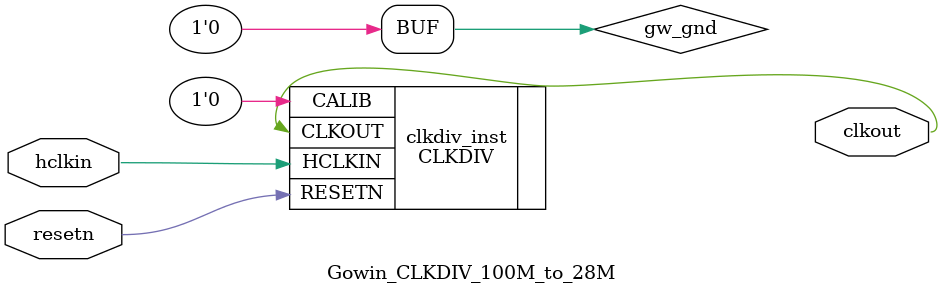
<source format=v>

module Gowin_CLKDIV_100M_to_28M (clkout, hclkin, resetn);

output clkout;
input hclkin;
input resetn;

wire gw_gnd;

assign gw_gnd = 1'b0;

CLKDIV clkdiv_inst (
    .CLKOUT(clkout),
    .HCLKIN(hclkin),
    .RESETN(resetn),
    .CALIB(gw_gnd)
);

defparam clkdiv_inst.DIV_MODE = "3.5";
defparam clkdiv_inst.GSREN = "false";

endmodule //Gowin_CLKDIV_100M_to_28M

</source>
